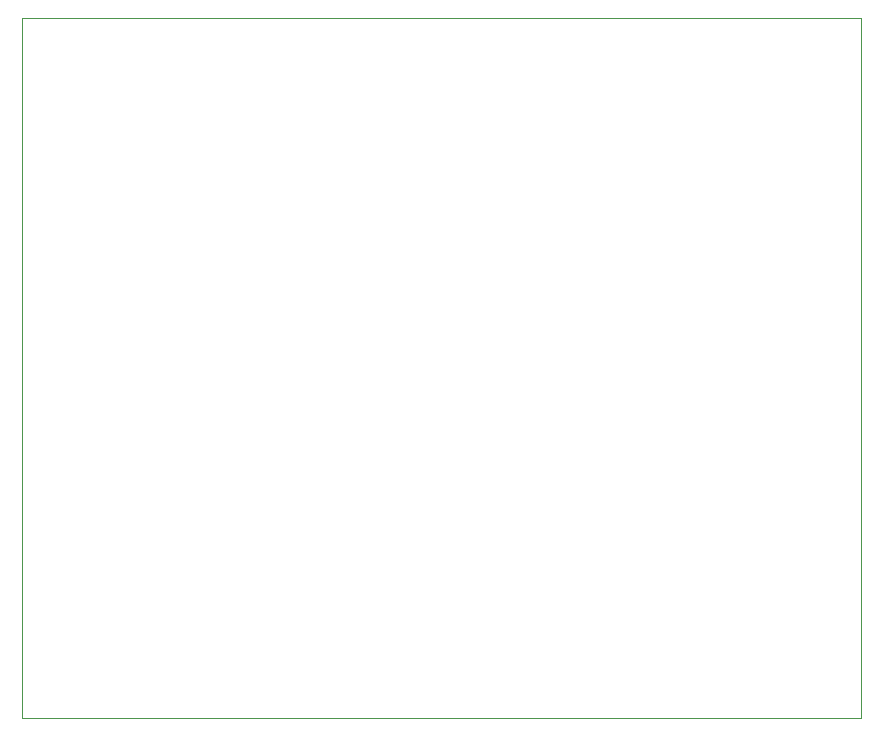
<source format=gbr>
%TF.GenerationSoftware,KiCad,Pcbnew,(6.0.9-0)*%
%TF.CreationDate,2023-01-30T19:32:23-05:00*%
%TF.ProjectId,LM741_Tester,4c4d3734-315f-4546-9573-7465722e6b69,rev?*%
%TF.SameCoordinates,Original*%
%TF.FileFunction,Profile,NP*%
%FSLAX46Y46*%
G04 Gerber Fmt 4.6, Leading zero omitted, Abs format (unit mm)*
G04 Created by KiCad (PCBNEW (6.0.9-0)) date 2023-01-30 19:32:23*
%MOMM*%
%LPD*%
G01*
G04 APERTURE LIST*
%TA.AperFunction,Profile*%
%ADD10C,0.100000*%
%TD*%
G04 APERTURE END LIST*
D10*
X134799000Y-37249000D02*
X205851000Y-37249000D01*
X205851000Y-37249000D02*
X205851000Y-96520000D01*
X205851000Y-96520000D02*
X134799000Y-96520000D01*
X134799000Y-96520000D02*
X134799000Y-37249000D01*
M02*

</source>
